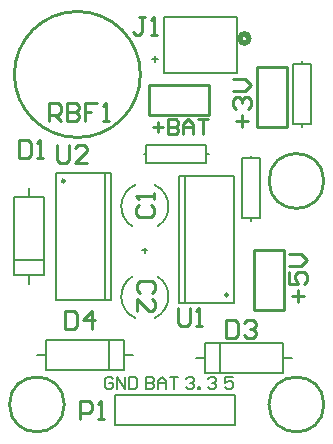
<source format=gto>
G04*
G04 #@! TF.GenerationSoftware,Altium Limited,Altium Designer,23.7.1 (13)*
G04*
G04 Layer_Color=65535*
%FSLAX25Y25*%
%MOIN*%
G70*
G04*
G04 #@! TF.SameCoordinates,91BF953A-AACC-4089-9385-47863D4E8686*
G04*
G04*
G04 #@! TF.FilePolarity,Positive*
G04*
G01*
G75*
%ADD10C,0.00787*%
%ADD11C,0.01000*%
%ADD12C,0.00984*%
%ADD13C,0.02000*%
%ADD14C,0.00600*%
%ADD15C,0.00660*%
%ADD16C,0.00500*%
D10*
X140268Y410640D02*
G03*
X141226Y396839I4232J-6640D01*
G01*
X147774D02*
G03*
X148732Y410640I-3274J7161D01*
G01*
X148732Y427360D02*
G03*
X147774Y441161I-4232J6640D01*
G01*
X141226D02*
G03*
X140268Y427360I3274J-7161D01*
G01*
X134500Y361200D02*
Y371200D01*
X174500D01*
X134500Y361200D02*
X174500D01*
Y371200D01*
X190500Y378500D02*
Y388500D01*
X164500D02*
X190500D01*
X164500Y378500D02*
Y388500D01*
Y378500D02*
X190500D01*
X169500D02*
Y388500D01*
X190500Y383500D02*
X193500D01*
X161500D02*
X164500D01*
X111500Y379500D02*
Y389500D01*
Y379500D02*
X137500D01*
Y389500D01*
X111500D02*
X137500D01*
X132500Y379500D02*
Y389500D01*
X108500Y384500D02*
X111500D01*
X137500D02*
X140500D01*
X180000Y430000D02*
X183000D01*
Y450000D01*
X177000D02*
X183000D01*
X177000Y430000D02*
Y450000D01*
Y430000D02*
X180000D01*
Y450000D02*
Y450900D01*
Y429100D02*
Y430000D01*
X165000Y451500D02*
Y454500D01*
X145000D02*
X165000D01*
X145000Y448500D02*
Y454500D01*
Y448500D02*
X165000D01*
Y451500D01*
X144100D02*
X145000D01*
X165000D02*
X165900D01*
X155780Y444063D02*
X174284D01*
X155780Y401937D02*
X174284D01*
Y444063D01*
X155780Y401937D02*
Y444063D01*
X157748Y401937D02*
Y444063D01*
X105894Y408000D02*
Y411000D01*
Y437000D02*
Y440000D01*
X100894Y416000D02*
X110894D01*
Y411000D02*
Y437000D01*
X100894Y411000D02*
X110894D01*
X100894D02*
Y437000D01*
X110894D01*
X114716Y402937D02*
X133221D01*
X114716Y445063D02*
X133221D01*
X114716Y402937D02*
Y445063D01*
X133221Y402937D02*
Y445063D01*
X131252Y402937D02*
Y445063D01*
X194000Y481500D02*
X197000D01*
X194000Y461500D02*
Y481500D01*
Y461500D02*
X200000D01*
Y481500D01*
X197000D02*
X200000D01*
X197000Y460600D02*
Y461500D01*
Y481500D02*
Y482400D01*
D11*
X117650Y368000D02*
G03*
X117650Y368000I-9150J0D01*
G01*
X204150D02*
G03*
X204150Y368000I-9150J0D01*
G01*
Y442500D02*
G03*
X204150Y442500I-9150J0D01*
G01*
X143000Y478000D02*
G03*
X143000Y478000I-21000J0D01*
G01*
X181000Y419500D02*
X191000D01*
X181000Y399500D02*
X191000D01*
X181000D02*
Y419500D01*
X191000Y399500D02*
Y419500D01*
X182000Y480500D02*
X192000D01*
X182000Y460500D02*
X192000D01*
X182000D02*
Y480500D01*
X192000Y460500D02*
Y480500D01*
X146000Y464500D02*
X166000D01*
X146000Y474500D02*
X166000D01*
X146000Y464500D02*
Y474500D01*
X166000Y464500D02*
Y474500D01*
X146999Y405000D02*
X147999Y405999D01*
Y407999D01*
X146999Y408998D01*
X143001D01*
X142001Y407999D01*
Y405999D01*
X143001Y405000D01*
X142001Y399002D02*
Y403000D01*
X146000Y399002D01*
X146999D01*
X147999Y400001D01*
Y402001D01*
X146999Y403000D01*
X142501Y434500D02*
X141501Y433500D01*
Y431501D01*
X142501Y430501D01*
X146499D01*
X147499Y431501D01*
Y433500D01*
X146499Y434500D01*
X147499Y436499D02*
Y438499D01*
Y437499D01*
X141501D01*
X142501Y436499D01*
X123001Y363201D02*
Y369199D01*
X126000D01*
X127000Y368199D01*
Y366200D01*
X126000Y365200D01*
X123001D01*
X128999Y363201D02*
X130999D01*
X129999D01*
Y369199D01*
X128999Y368199D01*
X171502Y395999D02*
Y390001D01*
X174501D01*
X175500Y391001D01*
Y394999D01*
X174501Y395999D01*
X171502D01*
X177500Y394999D02*
X178499Y395999D01*
X180499D01*
X181498Y394999D01*
Y394000D01*
X180499Y393000D01*
X179499D01*
X180499D01*
X181498Y392000D01*
Y391001D01*
X180499Y390001D01*
X178499D01*
X177500Y391001D01*
X195500Y402003D02*
Y406001D01*
X193501Y404002D02*
X197499D01*
X192501Y411999D02*
Y408001D01*
X195500D01*
X194500Y410000D01*
Y411000D01*
X195500Y411999D01*
X197499D01*
X198499Y411000D01*
Y409000D01*
X197499Y408001D01*
X192501Y413999D02*
X196500D01*
X198499Y415998D01*
X196500Y417997D01*
X192501D01*
X118002Y398999D02*
Y393001D01*
X121001D01*
X122000Y394001D01*
Y397999D01*
X121001Y398999D01*
X118002D01*
X126999Y393001D02*
Y398999D01*
X124000Y396000D01*
X127998D01*
X115300Y454498D02*
Y449500D01*
X116300Y448500D01*
X118299D01*
X119299Y449500D01*
Y454498D01*
X125297Y448500D02*
X121298D01*
X125297Y452499D01*
Y453498D01*
X124297Y454498D01*
X122298D01*
X121298Y453498D01*
X155501Y399999D02*
Y395001D01*
X156501Y394001D01*
X158500D01*
X159500Y395001D01*
Y399999D01*
X161499Y394001D02*
X163499D01*
X162499D01*
Y399999D01*
X161499Y398999D01*
X112403Y462401D02*
Y468399D01*
X115402D01*
X116402Y467399D01*
Y465400D01*
X115402Y464400D01*
X112403D01*
X114403D02*
X116402Y462401D01*
X118401Y468399D02*
Y462401D01*
X121400D01*
X122400Y463401D01*
Y464400D01*
X121400Y465400D01*
X118401D01*
X121400D01*
X122400Y466400D01*
Y467399D01*
X121400Y468399D01*
X118401D01*
X128398D02*
X124399D01*
Y465400D01*
X126399D01*
X124399D01*
Y462401D01*
X130397D02*
X132397D01*
X131397D01*
Y468399D01*
X130397Y467399D01*
X144626Y496999D02*
X142627D01*
X143626D01*
Y492001D01*
X142627Y491001D01*
X141627D01*
X140627Y492001D01*
X146625Y491001D02*
X148625D01*
X147625D01*
Y496999D01*
X146625Y495999D01*
X177000Y460503D02*
Y464501D01*
X175001Y462502D02*
X178999D01*
X175001Y466501D02*
X174001Y467500D01*
Y469500D01*
X175001Y470499D01*
X176000D01*
X177000Y469500D01*
Y468500D01*
Y469500D01*
X178000Y470499D01*
X178999D01*
X179999Y469500D01*
Y467500D01*
X178999Y466501D01*
X174001Y472499D02*
X178000D01*
X179999Y474498D01*
X178000Y476497D01*
X174001D01*
X147336Y460500D02*
X150669D01*
X149002Y462166D02*
Y458834D01*
X152335Y462999D02*
Y458001D01*
X154834D01*
X155667Y458834D01*
Y459667D01*
X154834Y460500D01*
X152335D01*
X154834D01*
X155667Y461333D01*
Y462166D01*
X154834Y462999D01*
X152335D01*
X157333Y458001D02*
Y461333D01*
X158999Y462999D01*
X160665Y461333D01*
Y458001D01*
Y460500D01*
X157333D01*
X162331Y462999D02*
X165664D01*
X163998D01*
Y458001D01*
X102501Y455999D02*
Y450001D01*
X105500D01*
X106500Y451001D01*
Y454999D01*
X105500Y455999D01*
X102501D01*
X108499Y450001D02*
X110499D01*
X109499D01*
Y455999D01*
X108499Y454999D01*
D12*
X172216Y404496D02*
G03*
X172216Y404496I-492J0D01*
G01*
X117768Y442504D02*
G03*
X117768Y442504I-492J0D01*
G01*
D13*
X179163Y490000D02*
G03*
X179163Y490000I-1500J0D01*
G01*
D14*
X150963Y478493D02*
Y497193D01*
X175163D01*
Y478493D02*
Y497193D01*
X150963Y478493D02*
X175163D01*
D15*
X173833Y377159D02*
X171167D01*
Y375159D01*
X172500Y375826D01*
X173166D01*
X173833Y375159D01*
Y373827D01*
X173166Y373160D01*
X171834D01*
X171167Y373827D01*
X158279Y376492D02*
X158945Y377159D01*
X160278D01*
X160944Y376492D01*
Y375826D01*
X160278Y375159D01*
X159611D01*
X160278D01*
X160944Y374493D01*
Y373827D01*
X160278Y373160D01*
X158945D01*
X158279Y373827D01*
X162277Y373160D02*
Y373827D01*
X162944D01*
Y373160D01*
X162277D01*
X165610Y376492D02*
X166276Y377159D01*
X167609D01*
X168275Y376492D01*
Y375826D01*
X167609Y375159D01*
X166942D01*
X167609D01*
X168275Y374493D01*
Y373827D01*
X167609Y373160D01*
X166276D01*
X165610Y373827D01*
X144723Y377159D02*
Y373160D01*
X146723D01*
X147389Y373827D01*
Y374493D01*
X146723Y375159D01*
X144723D01*
X146723D01*
X147389Y375826D01*
Y376492D01*
X146723Y377159D01*
X144723D01*
X148722Y373160D02*
Y375826D01*
X150055Y377159D01*
X151388Y375826D01*
Y373160D01*
Y375159D01*
X148722D01*
X152721Y377159D02*
X155387D01*
X154054D01*
Y373160D01*
X133834Y376492D02*
X133168Y377159D01*
X131835D01*
X131168Y376492D01*
Y373827D01*
X131835Y373160D01*
X133168D01*
X133834Y373827D01*
Y375159D01*
X132501D01*
X135167Y373160D02*
Y377159D01*
X137833Y373160D01*
Y377159D01*
X139166D02*
Y373160D01*
X141165D01*
X141832Y373827D01*
Y376492D01*
X141165Y377159D01*
X139166D01*
D16*
X143667Y419333D02*
X145333D01*
X144500Y420166D02*
Y418500D01*
X147000Y483000D02*
X148999D01*
X148000Y483999D02*
Y482000D01*
M02*

</source>
